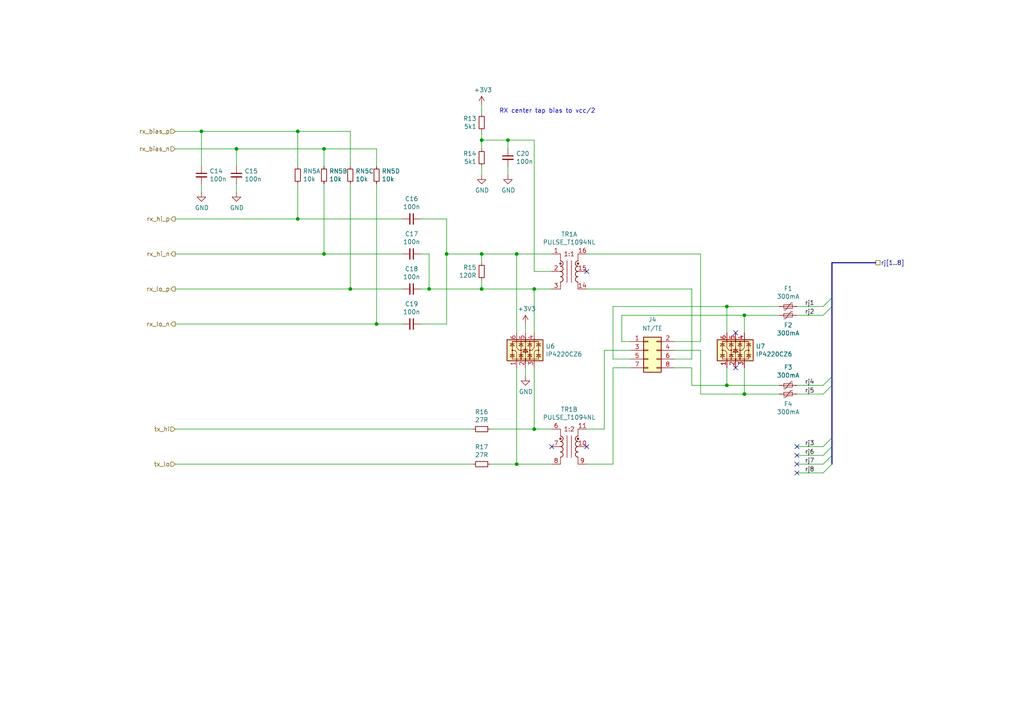
<source format=kicad_sch>
(kicad_sch (version 20211123) (generator eeschema)
  (paper "A4")
  (title_block (title "icE1usb - E1 interface") (date "2022-09-05") (rev "1.1") (comment 1 "CERN-OHL-S") (comment 2 "(C) 2020-2022 Sylvain Munaut"))
  (lib_symbols
    (symbol "Connector_Generic:Conn_02x04_Odd_Even" (pin_names (offset 1.016) hide)
      (property "Reference" "J" (at 1.27 5.08 0))
      (property "Value" "Conn_02x04_Odd_Even" (at 1.27 -7.62 0))
      (symbol "Conn_02x04_Odd_Even_1_1"
        (rectangle (start -1.27 -4.953) (end 0 -5.207) (stroke (width 0.1524)))
        (rectangle (start -1.27 -2.413) (end 0 -2.667) (stroke (width 0.1524)))
        (rectangle (start -1.27 0.127) (end 0 -0.127) (stroke (width 0.1524)))
        (rectangle (start -1.27 2.667) (end 0 2.413) (stroke (width 0.1524)))
        (rectangle (start -1.27 3.81) (end 3.81 -6.35) (stroke (width 0.254)) (fill (type background)))
        (rectangle (start 3.81 -4.953) (end 2.54 -5.207) (stroke (width 0.1524)))
        (rectangle (start 3.81 -2.413) (end 2.54 -2.667) (stroke (width 0.1524)))
        (rectangle (start 3.81 0.127) (end 2.54 -0.127) (stroke (width 0.1524)))
        (rectangle (start 3.81 2.667) (end 2.54 2.413) (stroke (width 0.1524)))
        (pin passive line (at -5.08 2.54 0) (length 3.81) (name "Pin_1") (number "1"))
        (pin passive line (at 7.62 2.54 180) (length 3.81) (name "Pin_2") (number "2"))
        (pin passive line (at -5.08 0 0) (length 3.81) (name "Pin_3") (number "3"))
        (pin passive line (at 7.62 0 180) (length 3.81) (name "Pin_4") (number "4"))
        (pin passive line (at -5.08 -2.54 0) (length 3.81) (name "Pin_5") (number "5"))
        (pin passive line (at 7.62 -2.54 180) (length 3.81) (name "Pin_6") (number "6"))
        (pin passive line (at -5.08 -5.08 0) (length 3.81) (name "Pin_7") (number "7"))
        (pin passive line (at 7.62 -5.08 180) (length 3.81) (name "Pin_8") (number "8"))
      )
    )
    (symbol "Device:C_Small" (pin_numbers hide) (pin_names (offset 0.254) hide)
      (property "Reference" "C" (at 0.254 1.778 0))
      (property "Value" "C_Small" (at 0.254 -2.032 0))
      (symbol "C_Small_0_1"
        (polyline (pts (xy -1.524 -0.508) (xy 1.524 -0.508)) (stroke (width 0.3302)))
        (polyline (pts (xy -1.524 0.508) (xy 1.524 0.508)) (stroke (width 0.3048)))
      )
      (symbol "C_Small_1_1"
        (pin passive line (at 0 2.54 270) (length 2.032) (name "~") (number "1"))
        (pin passive line (at 0 -2.54 90) (length 2.032) (name "~") (number "2"))
      )
    )
    (symbol "Device:Polyfuse_Small" (pin_numbers hide) (pin_names (offset 0))
      (property "Reference" "F" (at -1.905 0 90))
      (property "Value" "Polyfuse_Small" (at 1.905 0 90))
      (symbol "Polyfuse_Small_0_1"
        (rectangle (start -0.508 1.27) (end 0.508 -1.27))
        (polyline (pts (xy 0 2.54) (xy 0 -2.54)))
        (polyline (pts (xy -1.016 1.27) (xy -1.016 0.762) (xy 1.016 -0.762) (xy 1.016 -1.27)))
      )
      (symbol "Polyfuse_Small_1_1"
        (pin passive line (at 0 2.54 270) (length 0.635) (name "~") (number "1"))
        (pin passive line (at 0 -2.54 90) (length 0.635) (name "~") (number "2"))
      )
    )
    (symbol "Device:R_Small" (pin_numbers hide) (pin_names (offset 0.254) hide)
      (property "Reference" "R" (at 0.762 0.508 0))
      (property "Value" "R_Small" (at 0.762 -1.016 0))
      (symbol "R_Small_0_1"
        (rectangle (start -0.762 1.778) (end 0.762 -1.778) (stroke (width 0.2032)))
      )
      (symbol "R_Small_1_1"
        (pin passive line (at 0 2.54 270) (length 0.762) (name "~") (number "1"))
        (pin passive line (at 0 -2.54 90) (length 0.762) (name "~") (number "2"))
      )
    )
    (symbol "power:+3V3" (power) (pin_names (offset 0))
      (property "Value" "+3V3" (at 0 3.556 0))
      (symbol "+3V3_0_1"
        (polyline (pts (xy -0.762 1.27) (xy 0 2.54)))
        (polyline (pts (xy 0 0) (xy 0 2.54)))
        (polyline (pts (xy 0 2.54) (xy 0.762 1.27)))
      )
      (symbol "+3V3_1_1"
        (pin power_in line (at 0 0 90) (length 0) hide (name "+3V3") (number "1"))
      )
    )
    (symbol "power:GND" (power) (pin_names (offset 0))
      (property "Value" "GND" (at 0 -3.81 0))
      (symbol "GND_0_1"
        (polyline (pts (xy 0 0) (xy 0 -1.27) (xy 1.27 -1.27) (xy 0 -2.54) (xy -1.27 -1.27) (xy 0 -1.27)))
      )
      (symbol "GND_1_1"
        (pin power_in line (at 0 0 270) (length 0) hide (name "GND") (number "1"))
      )
    )
    (symbol "s47-chips:IP4220CZ6"
      (property "Reference" "U" (at -6.985 -2.54 0))
      (property "Value" "s47-chips_IP4220CZ6" (at 6.35 1.27 90))
      (symbol "IP4220CZ6_0_1"
        (rectangle (start -5.334 3.048) (end 5.08 -3.048) (stroke (width 0.254)) (fill (type background)))
        (circle (center -3.81 0) (radius 0.127))
        (circle (center -3.81 0) (radius 0.127))
        (circle (center -1.27 -2.54) (radius 0.127))
        (circle (center -1.27 -2.54) (radius 0.127))
        (circle (center -1.27 0) (radius 0.127))
        (circle (center -1.27 0) (radius 0.127))
        (circle (center -1.27 2.54) (radius 0.127))
        (circle (center -1.27 2.54) (radius 0.127))
        (circle (center 0 -2.54) (radius 0.127))
        (circle (center 0 -2.54) (radius 0.127))
        (polyline (pts (xy -4.445 -1.27) (xy -3.175 -1.27)))
        (polyline (pts (xy -4.445 -1.27) (xy -3.175 -1.27)))
        (polyline (pts (xy -4.445 1.905) (xy -3.175 1.905)))
        (polyline (pts (xy -3.81 -2.54) (xy -3.81 -0.635)))
        (polyline (pts (xy -3.81 -2.54) (xy 3.81 -2.54)))
        (polyline (pts (xy -3.81 -0.635) (xy -3.81 0.635)))
        (polyline (pts (xy -3.81 0.635) (xy -3.81 2.54)))
        (polyline (pts (xy -3.81 2.54) (xy 3.81 2.54)))
        (polyline (pts (xy -3.81 2.54) (xy 3.81 2.54)))
        (polyline (pts (xy -1.905 -1.27) (xy -0.635 -1.27)))
        (polyline (pts (xy -1.905 -1.27) (xy -0.635 -1.27)))
        (polyline (pts (xy -1.905 1.905) (xy -0.635 1.905)))
        (polyline (pts (xy -1.27 -2.54) (xy -1.27 -0.635)))
        (polyline (pts (xy -1.27 -2.54) (xy -1.27 -0.635)))
        (polyline (pts (xy -1.27 0.635) (xy -1.27 -0.635)))
        (polyline (pts (xy -1.27 0.635) (xy -1.27 2.54)))
        (polyline (pts (xy 0 -0.889) (xy 0 -3.81)))
        (polyline (pts (xy 0 -0.889) (xy 0 1.016)))
        (polyline (pts (xy 0 -0.889) (xy 0 1.016)))
        (polyline (pts (xy 0 1.016) (xy 0 3.81)))
        (polyline (pts (xy 0.635 -1.27) (xy 1.905 -1.27)))
        (polyline (pts (xy 0.635 -1.27) (xy 1.905 -1.27)))
        (polyline (pts (xy 0.635 1.905) (xy 1.905 1.905)))
        (polyline (pts (xy 1.27 -2.54) (xy 1.27 -0.635)))
        (polyline (pts (xy 1.27 -2.54) (xy 1.27 -0.635)))
        (polyline (pts (xy 1.27 0.635) (xy 1.27 -0.635)))
        (polyline (pts (xy 1.27 0.635) (xy 1.27 2.54)))
        (polyline (pts (xy 3.175 -1.27) (xy 4.445 -1.27)))
        (polyline (pts (xy 3.175 -1.27) (xy 4.445 -1.27)))
        (polyline (pts (xy 3.175 1.905) (xy 4.445 1.905)))
        (polyline (pts (xy 3.81 -2.54) (xy 3.81 -0.635)))
        (polyline (pts (xy 3.81 0.635) (xy 3.81 -0.635)))
        (polyline (pts (xy 3.81 0.635) (xy 3.81 2.54)))
        (polyline (pts (xy 0.762 0.254) (xy -0.762 0.254) (xy -0.762 0)))
        (polyline (pts (xy -4.445 -1.905) (xy -3.175 -1.905) (xy -3.81 -1.27) (xy -4.445 -1.905)))
        (polyline (pts (xy -4.445 1.27) (xy -3.175 1.27) (xy -3.81 1.905) (xy -4.445 1.27)))
        (polyline (pts (xy -2.54 -2.54) (xy -2.54 -0.635) (xy -3.048 0) (xy -3.937 0)))
        (polyline (pts (xy -2.54 2.54) (xy -2.54 0.762) (xy -1.905 0) (xy -1.27 0)))
        (polyline (pts (xy -1.905 -1.905) (xy -0.635 -1.905) (xy -1.27 -1.27) (xy -1.905 -1.905)))
        (polyline (pts (xy -1.905 1.27) (xy -0.635 1.27) (xy -1.27 1.905) (xy -1.905 1.27)))
        (polyline (pts (xy -0.762 -0.508) (xy 0.762 -0.508) (xy 0 0.254) (xy -0.762 -0.508)))
        (polyline (pts (xy -0.762 -0.508) (xy 0.762 -0.508) (xy 0 0.254) (xy -0.762 -0.508)))
        (polyline (pts (xy 0.635 -1.905) (xy 1.905 -1.905) (xy 1.27 -1.27) (xy 0.635 -1.905)))
        (polyline (pts (xy 0.635 1.27) (xy 1.905 1.27) (xy 1.27 1.905) (xy 0.635 1.27)))
        (polyline (pts (xy 2.54 -2.54) (xy 2.54 -0.508) (xy 2.921 0) (xy 3.81 0)))
        (polyline (pts (xy 2.54 2.54) (xy 2.54 0.762) (xy 1.905 0) (xy 1.143 0)))
        (polyline (pts (xy 3.175 -1.905) (xy 4.445 -1.905) (xy 3.81 -1.27) (xy 3.175 -1.905)))
        (polyline (pts (xy 3.175 1.27) (xy 4.445 1.27) (xy 3.81 1.905) (xy 3.175 1.27)))
        (circle (center 0 2.54) (radius 0.127))
        (circle (center 0 2.54) (radius 0.127))
        (circle (center 1.27 -2.54) (radius 0.127))
        (circle (center 1.27 -2.54) (radius 0.127))
        (circle (center 1.27 0) (radius 0.127))
        (circle (center 1.27 0) (radius 0.127))
        (circle (center 1.27 2.54) (radius 0.127))
        (circle (center 1.27 2.54) (radius 0.127))
        (circle (center 3.81 0) (radius 0.127))
        (circle (center 3.81 0) (radius 0.127))
      )
      (symbol "IP4220CZ6_1_1"
        (pin passive line (at -2.54 -5.08 90) (length 2.54) (name "~") (number "1"))
        (pin passive line (at 0 -5.08 90) (length 2.54) (name "~") (number "2"))
        (pin passive line (at 2.54 -5.08 90) (length 2.54) (name "~") (number "3"))
        (pin passive line (at 2.54 5.08 270) (length 2.54) (name "~") (number "4"))
        (pin passive line (at 0 5.08 270) (length 2.54) (name "~") (number "5"))
        (pin passive line (at -2.54 5.08 270) (length 2.54) (name "~") (number "6"))
      )
    )
    (symbol "s47-misc:PULSE_T1094NL" (pin_names (offset 1.016))
      (property "Reference" "TR" (at 0 7.62 0))
      (property "Value" "s47-misc_PULSE_T1094NL" (at 0 -7.62 0))
      (symbol "PULSE_T1094NL_1_0"
        (text "1:1" (at 0 5.08 0) (effects (font (size 1.27 1.27))))
      )
      (symbol "PULSE_T1094NL_1_1"
        (arc (start -2.54 -3.048) (mid -1.778 -2.286) (end -2.54 -1.524) (stroke (width 0.2032)))
        (arc (start -2.54 -1.524) (mid -1.778 -0.762) (end -2.54 0) (stroke (width 0.2032)))
        (arc (start -2.54 0) (mid -1.778 0.762) (end -2.54 1.524) (stroke (width 0.2032)))
        (arc (start -2.54 1.524) (mid -1.778 2.286) (end -2.54 3.048) (stroke (width 0.2032)))
        (circle (center -2.54 2.286) (radius 0.254) (fill (type outline)))
        (polyline (pts (xy -2.54 -3.048) (xy -2.54 -5.08)))
        (polyline (pts (xy -2.54 5.08) (xy -2.54 3.048)))
        (polyline (pts (xy -0.635 3.175) (xy -0.635 -3.175)))
        (polyline (pts (xy 0.635 3.175) (xy 0.635 -3.175)))
        (polyline (pts (xy 2.54 -3.048) (xy 2.54 -5.08)))
        (polyline (pts (xy 2.54 5.08) (xy 2.54 3.048)))
        (arc (start 2.54 -1.524) (mid 1.778 -2.286) (end 2.54 -3.048) (stroke (width 0.2032)))
        (arc (start 2.54 0) (mid 1.778 -0.762) (end 2.54 -1.524) (stroke (width 0.2032)))
        (arc (start 2.54 1.524) (mid 1.778 0.762) (end 2.54 0) (stroke (width 0.2032)))
        (circle (center 2.54 2.286) (radius 0.254) (fill (type outline)))
        (arc (start 2.54 3.048) (mid 1.778 2.286) (end 2.54 1.524) (stroke (width 0.2032)))
        (pin passive line (at -5.08 5.08 0) (length 2.54) (name "~") (number "1"))
        (pin passive line (at 5.08 -5.08 180) (length 2.54) (name "~") (number "14"))
        (pin passive line (at 5.08 0 180) (length 2.54) (name "~") (number "15"))
        (pin passive line (at 5.08 5.08 180) (length 2.54) (name "~") (number "16"))
        (pin passive line (at -5.08 0 0) (length 2.54) (name "~") (number "2"))
        (pin passive line (at -5.08 -5.08 0) (length 2.54) (name "~") (number "3"))
      )
      (symbol "PULSE_T1094NL_2_1"
        (arc (start -2.54 -3.048) (mid -1.778 -2.286) (end -2.54 -1.524) (stroke (width 0.2032)))
        (arc (start -2.54 -1.524) (mid -1.778 -0.762) (end -2.54 0) (stroke (width 0.2032)))
        (arc (start -2.54 0) (mid -1.778 0.762) (end -2.54 1.524) (stroke (width 0.2032)))
        (arc (start -2.54 1.524) (mid -1.778 2.286) (end -2.54 3.048) (stroke (width 0.2032)))
        (circle (center -2.54 2.286) (radius 0.254) (fill (type outline)))
        (polyline (pts (xy -2.54 -3.048) (xy -2.54 -5.08)))
        (polyline (pts (xy -2.54 5.08) (xy -2.54 3.048)))
        (polyline (pts (xy -0.635 3.175) (xy -0.635 -3.175)))
        (polyline (pts (xy 0.635 3.175) (xy 0.635 -3.175)))
        (polyline (pts (xy 2.54 -3.048) (xy 2.54 -5.08)))
        (polyline (pts (xy 2.54 5.08) (xy 2.54 3.048)))
        (arc (start 2.54 -1.524) (mid 1.778 -2.286) (end 2.54 -3.048) (stroke (width 0.2032)))
        (arc (start 2.54 0) (mid 1.778 -0.762) (end 2.54 -1.524) (stroke (width 0.2032)))
        (arc (start 2.54 1.524) (mid 1.778 0.762) (end 2.54 0) (stroke (width 0.2032)))
        (circle (center 2.54 2.286) (radius 0.254) (fill (type outline)))
        (arc (start 2.54 3.048) (mid 1.778 2.286) (end 2.54 1.524) (stroke (width 0.2032)))
        (text "1:2" (at 0 5.08 0) (effects (font (size 1.27 1.27))))
        (pin passive line (at 5.08 0 180) (length 2.54) (name "~") (number "10"))
        (pin passive line (at 5.08 5.08 180) (length 2.54) (name "~") (number "11"))
        (pin passive line (at -5.08 5.08 0) (length 2.54) (name "~") (number "6"))
        (pin passive line (at -5.08 0 0) (length 2.54) (name "~") (number "7"))
        (pin passive line (at -5.08 -5.08 0) (length 2.54) (name "~") (number "8"))
        (pin passive line (at 5.08 -5.08 180) (length 2.54) (name "~") (number "9"))
      )
    )
    (symbol "s47-passive:R_Pack04_Split" (pin_numbers hide) (pin_names (offset 0.254) hide)
      (property "Reference" "RN" (at 0.762 0.508 0))
      (property "Value" "s47-passive_R_Pack04_Split" (at 0.762 -1.016 0))
      (symbol "R_Pack04_Split_0_1"
        (rectangle (start -0.762 1.778) (end 0.762 -1.778) (stroke (width 0.2032)))
      )
      (symbol "R_Pack04_Split_1_1"
        (pin passive line (at 0 2.54 270) (length 0.762) (name "~") (number "1"))
        (pin passive line (at 0 -2.54 90) (length 0.762) (name "~") (number "8"))
      )
      (symbol "R_Pack04_Split_2_1"
        (pin passive line (at 0 2.54 270) (length 0.762) (name "~") (number "2"))
        (pin passive line (at 0 -2.54 90) (length 0.762) (name "~") (number "7"))
      )
      (symbol "R_Pack04_Split_3_1"
        (pin passive line (at 0 2.54 270) (length 0.762) (name "~") (number "3"))
        (pin passive line (at 0 -2.54 90) (length 0.762) (name "~") (number "6"))
      )
      (symbol "R_Pack04_Split_4_1"
        (pin passive line (at 0 2.54 270) (length 0.762) (name "~") (number "4"))
        (pin passive line (at 0 -2.54 90) (length 0.762) (name "~") (number "5"))
      )
    )
  )
  (junction (at 68.58 43.18))
  (junction (at 139.7 73.66))
  (junction (at 124.46 83.82))
  (junction (at 93.98 73.66))
  (junction (at 154.94 83.82))
  (junction (at 149.86 73.66))
  (junction (at 101.6 83.82))
  (junction (at 147.32 40.64))
  (junction (at 215.9 91.44))
  (junction (at 154.94 124.46))
  (junction (at 129.54 73.66))
  (junction (at 210.82 111.76))
  (junction (at 86.36 38.1))
  (junction (at 139.7 40.64))
  (junction (at 210.82 88.9))
  (junction (at 58.42 38.1))
  (junction (at 139.7 83.82))
  (junction (at 215.9 114.3))
  (junction (at 149.86 134.62))
  (junction (at 86.36 63.5))
  (junction (at 93.98 43.18))
  (junction (at 109.22 93.98))
  (no_connect (at 213.36 96.52))
  (no_connect (at 231.14 134.62))
  (no_connect (at 170.18 129.54))
  (no_connect (at 231.14 132.08))
  (no_connect (at 160.02 129.54))
  (no_connect (at 213.36 106.68))
  (no_connect (at 231.14 129.54))
  (no_connect (at 170.18 78.74))
  (no_connect (at 231.14 137.16))
  (bus_entry (at 238.76 111.76) (size 2.54 -2.54))
  (bus_entry (at 238.76 134.62) (size 2.54 -2.54))
  (bus_entry (at 238.76 137.16) (size 2.54 -2.54))
  (bus_entry (at 238.76 91.44) (size 2.54 -2.54))
  (bus_entry (at 238.76 129.54) (size 2.54 -2.54))
  (bus_entry (at 238.76 132.08) (size 2.54 -2.54))
  (bus_entry (at 238.76 114.3) (size 2.54 -2.54))
  (bus_entry (at 238.76 88.9) (size 2.54 -2.54))
  (wire (pts (xy 50.8 63.5) (xy 86.36 63.5)))
  (wire (pts (xy 175.26 124.46) (xy 175.26 101.6)))
  (wire (pts (xy 210.82 88.9) (xy 177.8 88.9)))
  (wire (pts (xy 137.16 134.62) (xy 50.8 134.62)))
  (wire (pts (xy 129.54 73.66) (xy 129.54 93.98)))
  (wire (pts (xy 210.82 96.52) (xy 210.82 88.9)))
  (wire (pts (xy 154.94 106.68) (xy 154.94 124.46)))
  (wire (pts (xy 175.26 101.6) (xy 182.88 101.6)))
  (wire (pts (xy 231.14 91.44) (xy 238.76 91.44)))
  (wire (pts (xy 180.34 91.44) (xy 180.34 99.06)))
  (wire (pts (xy 203.2 101.6) (xy 195.58 101.6)))
  (bus (pts (xy 241.3 111.76) (xy 241.3 127)))
  (wire (pts (xy 139.7 30.48) (xy 139.7 33.02)))
  (wire (pts (xy 231.14 137.16) (xy 238.76 137.16)))
  (wire (pts (xy 139.7 48.26) (xy 139.7 50.8)))
  (wire (pts (xy 86.36 38.1) (xy 58.42 38.1)))
  (bus (pts (xy 241.3 86.36) (xy 241.3 88.9)))
  (wire (pts (xy 215.9 114.3) (xy 226.06 114.3)))
  (wire (pts (xy 149.86 106.68) (xy 149.86 134.62)))
  (wire (pts (xy 50.8 93.98) (xy 109.22 93.98)))
  (wire (pts (xy 129.54 73.66) (xy 139.7 73.66)))
  (wire (pts (xy 154.94 83.82) (xy 139.7 83.82)))
  (wire (pts (xy 149.86 73.66) (xy 139.7 73.66)))
  (wire (pts (xy 68.58 43.18) (xy 50.8 43.18)))
  (wire (pts (xy 215.9 106.68) (xy 215.9 114.3)))
  (wire (pts (xy 139.7 38.1) (xy 139.7 40.64)))
  (wire (pts (xy 238.76 114.3) (xy 231.14 114.3)))
  (wire (pts (xy 58.42 53.34) (xy 58.42 55.88)))
  (wire (pts (xy 124.46 73.66) (xy 124.46 83.82)))
  (wire (pts (xy 93.98 43.18) (xy 68.58 43.18)))
  (bus (pts (xy 241.3 129.54) (xy 241.3 132.08)))
  (wire (pts (xy 139.7 40.64) (xy 139.7 43.18)))
  (wire (pts (xy 160.02 73.66) (xy 149.86 73.66)))
  (wire (pts (xy 50.8 83.82) (xy 101.6 83.82)))
  (wire (pts (xy 129.54 63.5) (xy 129.54 73.66)))
  (bus (pts (xy 241.3 109.22) (xy 241.3 111.76)))
  (wire (pts (xy 101.6 53.34) (xy 101.6 83.82)))
  (bus (pts (xy 241.3 132.08) (xy 241.3 134.62)))
  (wire (pts (xy 58.42 38.1) (xy 50.8 38.1)))
  (wire (pts (xy 177.8 104.14) (xy 182.88 104.14)))
  (wire (pts (xy 109.22 53.34) (xy 109.22 93.98)))
  (wire (pts (xy 121.92 83.82) (xy 124.46 83.82)))
  (wire (pts (xy 200.66 104.14) (xy 200.66 83.82)))
  (wire (pts (xy 203.2 114.3) (xy 215.9 114.3)))
  (wire (pts (xy 215.9 96.52) (xy 215.9 91.44)))
  (wire (pts (xy 200.66 106.68) (xy 195.58 106.68)))
  (wire (pts (xy 226.06 111.76) (xy 210.82 111.76)))
  (wire (pts (xy 137.16 124.46) (xy 50.8 124.46)))
  (wire (pts (xy 152.4 106.68) (xy 152.4 109.22)))
  (wire (pts (xy 160.02 134.62) (xy 149.86 134.62)))
  (wire (pts (xy 154.94 96.52) (xy 154.94 83.82)))
  (wire (pts (xy 86.36 53.34) (xy 86.36 63.5)))
  (wire (pts (xy 154.94 78.74) (xy 154.94 40.64)))
  (wire (pts (xy 93.98 73.66) (xy 116.84 73.66)))
  (wire (pts (xy 231.14 129.54) (xy 238.76 129.54)))
  (wire (pts (xy 154.94 124.46) (xy 142.24 124.46)))
  (wire (pts (xy 139.7 76.2) (xy 139.7 73.66)))
  (wire (pts (xy 58.42 38.1) (xy 58.42 48.26)))
  (wire (pts (xy 149.86 96.52) (xy 149.86 73.66)))
  (wire (pts (xy 195.58 104.14) (xy 200.66 104.14)))
  (bus (pts (xy 254 76.2) (xy 241.3 76.2)))
  (wire (pts (xy 231.14 134.62) (xy 238.76 134.62)))
  (wire (pts (xy 129.54 93.98) (xy 121.92 93.98)))
  (wire (pts (xy 93.98 53.34) (xy 93.98 73.66)))
  (wire (pts (xy 170.18 134.62) (xy 177.8 134.62)))
  (wire (pts (xy 147.32 40.64) (xy 147.32 43.18)))
  (wire (pts (xy 203.2 99.06) (xy 195.58 99.06)))
  (wire (pts (xy 139.7 40.64) (xy 147.32 40.64)))
  (wire (pts (xy 238.76 111.76) (xy 231.14 111.76)))
  (wire (pts (xy 86.36 38.1) (xy 101.6 38.1)))
  (wire (pts (xy 124.46 83.82) (xy 139.7 83.82)))
  (wire (pts (xy 177.8 88.9) (xy 177.8 104.14)))
  (wire (pts (xy 121.92 73.66) (xy 124.46 73.66)))
  (wire (pts (xy 149.86 134.62) (xy 142.24 134.62)))
  (wire (pts (xy 86.36 63.5) (xy 116.84 63.5)))
  (wire (pts (xy 109.22 43.18) (xy 109.22 48.26)))
  (wire (pts (xy 160.02 124.46) (xy 154.94 124.46)))
  (wire (pts (xy 154.94 40.64) (xy 147.32 40.64)))
  (wire (pts (xy 215.9 91.44) (xy 180.34 91.44)))
  (wire (pts (xy 200.66 111.76) (xy 200.66 106.68)))
  (wire (pts (xy 177.8 134.62) (xy 177.8 106.68)))
  (wire (pts (xy 101.6 83.82) (xy 116.84 83.82)))
  (wire (pts (xy 160.02 83.82) (xy 154.94 83.82)))
  (wire (pts (xy 109.22 93.98) (xy 116.84 93.98)))
  (wire (pts (xy 68.58 43.18) (xy 68.58 48.26)))
  (wire (pts (xy 147.32 48.26) (xy 147.32 50.8)))
  (wire (pts (xy 226.06 91.44) (xy 215.9 91.44)))
  (wire (pts (xy 203.2 99.06) (xy 203.2 73.66)))
  (wire (pts (xy 139.7 81.28) (xy 139.7 83.82)))
  (wire (pts (xy 210.82 111.76) (xy 200.66 111.76)))
  (wire (pts (xy 93.98 48.26) (xy 93.98 43.18)))
  (wire (pts (xy 154.94 78.74) (xy 160.02 78.74)))
  (wire (pts (xy 170.18 124.46) (xy 175.26 124.46)))
  (bus (pts (xy 241.3 127) (xy 241.3 129.54)))
  (wire (pts (xy 121.92 63.5) (xy 129.54 63.5)))
  (wire (pts (xy 210.82 106.68) (xy 210.82 111.76)))
  (bus (pts (xy 241.3 76.2) (xy 241.3 86.36)))
  (wire (pts (xy 152.4 93.98) (xy 152.4 96.52)))
  (wire (pts (xy 93.98 43.18) (xy 109.22 43.18)))
  (wire (pts (xy 86.36 48.26) (xy 86.36 38.1)))
  (wire (pts (xy 203.2 101.6) (xy 203.2 114.3)))
  (wire (pts (xy 180.34 99.06) (xy 182.88 99.06)))
  (wire (pts (xy 231.14 88.9) (xy 238.76 88.9)))
  (wire (pts (xy 50.8 73.66) (xy 93.98 73.66)))
  (wire (pts (xy 68.58 53.34) (xy 68.58 55.88)))
  (wire (pts (xy 177.8 106.68) (xy 182.88 106.68)))
  (wire (pts (xy 101.6 38.1) (xy 101.6 48.26)))
  (wire (pts (xy 170.18 83.82) (xy 200.66 83.82)))
  (wire (pts (xy 231.14 132.08) (xy 238.76 132.08)))
  (wire (pts (xy 226.06 88.9) (xy 210.82 88.9)))
  (wire (pts (xy 170.18 73.66) (xy 203.2 73.66)))
  (bus (pts (xy 241.3 88.9) (xy 241.3 109.22)))
  (text "RX center tap bias to vcc/2\n" (at 172.72 33.02 180) (effects (font (size 1.27 1.27)) (justify right bottom)))
  (label "rj5" (at 236.22 114.3 180))
  (label "rj6" (at 236.22 132.08 180))
  (label "rj2" (at 236.22 91.44 180))
  (label "rj7" (at 236.22 134.62 180))
  (label "rj3" (at 236.22 129.54 180))
  (label "rj1" (at 236.22 88.9 180))
  (label "rj8" (at 236.22 137.16 180))
  (label "rj4" (at 236.22 111.76 180))
  (hierarchical_label "rx_bias_n" (shape input) (at 50.8 43.18 180))
  (hierarchical_label "tx_hi" (shape input) (at 50.8 124.46 180))
  (hierarchical_label "rx_hi_n" (shape output) (at 50.8 73.66 180))
  (hierarchical_label "rx_hi_p" (shape output) (at 50.8 63.5 180))
  (hierarchical_label "rj[1..8]" (shape passive) (at 254 76.2 0))
  (hierarchical_label "rx_lo_n" (shape output) (at 50.8 93.98 180))
  (hierarchical_label "tx_lo" (shape input) (at 50.8 134.62 180))
  (hierarchical_label "rx_lo_p" (shape output) (at 50.8 83.82 180))
  (hierarchical_label "rx_bias_p" (shape input) (at 50.8 38.1 180))
  (symbol (lib_id "s47-misc:PULSE_T1094NL") (at 165.1 78.74 0) (unit 1)
    (property "Reference" "TR1" (at 165.1 67.945 0))
    (property "Value" "PULSE_T1094NL" (at 165.1 70.2564 0))
    (property "Footprint" "s47-misc:PULSE_BH" (effects hide))
    (property "Datasheet" "https://productfinder.pulseeng.com/doc_type/WEB301/doc_num/T608/doc_part/T608.pdf" (effects hide))
  )
  (symbol (lib_id "s47-misc:PULSE_T1094NL") (at 165.1 129.54 0) (unit 2)
    (property "Reference" "TR1" (at 165.1 118.745 0))
    (property "Value" "PULSE_T1094NL" (at 165.1 121.0564 0))
    (property "Footprint" "s47-misc:PULSE_BH" (effects hide))
    (property "Datasheet" "https://productfinder.pulseeng.com/doc_type/WEB301/doc_num/T608/doc_part/T608.pdf" (effects hide))
  )
  (symbol (lib_id "Connector_Generic:Conn_02x04_Odd_Even") (at 187.96 101.6 0) (unit 1)
    (property "Reference" "J4" (at 189.23 92.71 0))
    (property "Value" "NT/TE" (at 189.23 95.25 0))
    (property "Footprint" "Connector_PinHeader_2.54mm:PinHeader_2x04_P2.54mm_Vertical" (effects hide))
  )
  (symbol (lib_id "s47-chips:IP4220CZ6") (at 213.36 101.6 0) (unit 1)
    (property "Reference" "U7" (at 219.202 100.4316 0) (effects (justify left)))
    (property "Value" "IP4220CZ6" (at 219.202 102.743 0) (effects (justify left)))
    (property "Footprint" "Package_SO:TSOP-6_1.65x3.05mm_P0.95mm" (effects hide))
    (property "Datasheet" "https://assets.nexperia.com/documents/data-sheet/IP4220CZ6.pdf" (effects hide))
  )
  (symbol (lib_id "s47-chips:IP4220CZ6") (at 152.4 101.6 0) (unit 1)
    (property "Reference" "U6" (at 158.242 100.4316 0) (effects (justify left)))
    (property "Value" "IP4220CZ6" (at 158.242 102.743 0) (effects (justify left)))
    (property "Footprint" "Package_SO:TSOP-6_1.65x3.05mm_P0.95mm" (effects hide))
    (property "Datasheet" "https://assets.nexperia.com/documents/data-sheet/IP4220CZ6.pdf" (effects hide))
  )
  (symbol (lib_id "Device:Polyfuse_Small") (at 228.6 88.9 270) (unit 1)
    (property "Reference" "F1" (at 228.6 83.693 90))
    (property "Value" "300mA" (at 228.6 86.0044 90))
    (property "Footprint" "Fuse:Fuse_0603_1608Metric" (effects hide))
    (property "MPN" "Littlefuse 0603L010" (effects hide))
  )
  (symbol (lib_id "Device:Polyfuse_Small") (at 228.6 91.44 270) (unit 1)
    (property "Reference" "F2" (at 228.6 94.3102 90))
    (property "Value" "300mA" (at 228.6 96.6216 90))
    (property "Footprint" "Fuse:Fuse_0603_1608Metric" (effects hide))
    (property "MPN" "Littlefuse 0603L010" (effects hide))
  )
  (symbol (lib_id "Device:Polyfuse_Small") (at 228.6 111.76 270) (unit 1)
    (property "Reference" "F3" (at 228.6 106.553 90))
    (property "Value" "300mA" (at 228.6 108.8644 90))
    (property "Footprint" "Fuse:Fuse_0603_1608Metric" (effects hide))
    (property "MPN" "Littlefuse 0603L010" (effects hide))
  )
  (symbol (lib_id "Device:Polyfuse_Small") (at 228.6 114.3 270) (unit 1)
    (property "Reference" "F4" (at 228.6 117.1702 90))
    (property "Value" "300mA" (at 228.6 119.4816 90))
    (property "Footprint" "Fuse:Fuse_0603_1608Metric" (effects hide))
    (property "MPN" "Littlefuse 0603L010" (effects hide))
  )
  (symbol (lib_id "Device:R_Small") (at 139.7 134.62 270) (unit 1)
    (property "Reference" "R17" (at 139.7 129.6416 90))
    (property "Value" "27R" (at 139.7 131.953 90))
    (property "Footprint" "Resistor_SMD:R_0603_1608Metric" (effects hide))
  )
  (symbol (lib_id "Device:R_Small") (at 139.7 124.46 270) (unit 1)
    (property "Reference" "R16" (at 139.7 119.4816 90))
    (property "Value" "27R" (at 139.7 121.793 90))
    (property "Footprint" "Resistor_SMD:R_0603_1608Metric" (effects hide))
  )
  (symbol (lib_id "power:GND") (at 152.4 109.22 0) (unit 1)
    (property "Reference" "#PWR043" (effects hide))
    (property "Value" "GND" (at 152.527 113.6142 0))
  )
  (symbol (lib_id "power:+3V3") (at 152.4 93.98 0) (unit 1)
    (property "Reference" "#PWR042" (effects hide))
    (property "Value" "+3V3" (at 152.781 89.5858 0))
  )
  (symbol (lib_id "Device:R_Small") (at 139.7 78.74 180) (unit 1)
    (property "Reference" "R15" (at 138.2268 77.5716 0) (effects (justify left)))
    (property "Value" "120R" (at 138.2268 79.883 0) (effects (justify left)))
    (property "Footprint" "Resistor_SMD:R_0603_1608Metric" (effects hide))
  )
  (symbol (lib_id "s47-passive:R_Pack04_Split") (at 86.36 50.8 0) (unit 1)
    (property "Reference" "RN5" (at 87.8586 49.6316 0) (effects (justify left)))
    (property "Value" "10k" (at 87.8586 51.943 0) (effects (justify left)))
    (property "Footprint" "Resistor_SMD:R_Array_Convex_4x0603" (effects hide))
  )
  (symbol (lib_id "s47-passive:R_Pack04_Split") (at 93.98 50.8 0) (unit 2)
    (property "Reference" "RN5" (at 95.4786 49.6316 0) (effects (justify left)))
    (property "Value" "10k" (at 95.4786 51.943 0) (effects (justify left)))
    (property "Footprint" "Resistor_SMD:R_Array_Convex_4x0603" (effects hide))
  )
  (symbol (lib_id "Device:C_Small") (at 119.38 63.5 270) (unit 1)
    (property "Reference" "C16" (at 119.38 57.6834 90))
    (property "Value" "100n" (at 119.38 59.9948 90))
    (property "Footprint" "Capacitor_SMD:C_0603_1608Metric" (effects hide))
  )
  (symbol (lib_id "s47-passive:R_Pack04_Split") (at 101.6 50.8 0) (unit 3)
    (property "Reference" "RN5" (at 103.0986 49.6316 0) (effects (justify left)))
    (property "Value" "10k" (at 103.0986 51.943 0) (effects (justify left)))
    (property "Footprint" "Resistor_SMD:R_Array_Convex_4x0603" (effects hide))
  )
  (symbol (lib_id "Device:C_Small") (at 119.38 93.98 270) (unit 1)
    (property "Reference" "C19" (at 119.38 88.1634 90))
    (property "Value" "100n" (at 119.38 90.4748 90))
    (property "Footprint" "Capacitor_SMD:C_0603_1608Metric" (effects hide))
  )
  (symbol (lib_id "s47-passive:R_Pack04_Split") (at 109.22 50.8 0) (unit 4)
    (property "Reference" "RN5" (at 110.7186 49.6316 0) (effects (justify left)))
    (property "Value" "10k" (at 110.7186 51.943 0) (effects (justify left)))
    (property "Footprint" "Resistor_SMD:R_Array_Convex_4x0603" (effects hide))
  )
  (symbol (lib_id "Device:C_Small") (at 119.38 83.82 270) (unit 1)
    (property "Reference" "C18" (at 119.38 78.0034 90))
    (property "Value" "100n" (at 119.38 80.3148 90))
    (property "Footprint" "Capacitor_SMD:C_0603_1608Metric" (effects hide))
  )
  (symbol (lib_id "Device:C_Small") (at 119.38 73.66 270) (unit 1)
    (property "Reference" "C17" (at 119.38 67.8434 90))
    (property "Value" "100n" (at 119.38 70.1548 90))
    (property "Footprint" "Capacitor_SMD:C_0603_1608Metric" (effects hide))
  )
  (symbol (lib_id "Device:C_Small") (at 58.42 50.8 0) (unit 1)
    (property "Reference" "C14" (at 60.7568 49.6316 0) (effects (justify left)))
    (property "Value" "100n" (at 60.7568 51.943 0) (effects (justify left)))
    (property "Footprint" "Capacitor_SMD:C_0603_1608Metric" (effects hide))
  )
  (symbol (lib_id "Device:C_Small") (at 68.58 50.8 0) (unit 1)
    (property "Reference" "C15" (at 70.9168 49.6316 0) (effects (justify left)))
    (property "Value" "100n" (at 70.9168 51.943 0) (effects (justify left)))
    (property "Footprint" "Capacitor_SMD:C_0603_1608Metric" (effects hide))
  )
  (symbol (lib_id "power:GND") (at 58.42 55.88 0) (unit 1)
    (property "Reference" "#PWR037" (effects hide))
    (property "Value" "GND" (at 58.547 60.2742 0))
  )
  (symbol (lib_id "power:GND") (at 68.58 55.88 0) (unit 1)
    (property "Reference" "#PWR038" (effects hide))
    (property "Value" "GND" (at 68.707 60.2742 0))
  )
  (symbol (lib_id "power:+3V3") (at 139.7 30.48 0) (unit 1)
    (property "Reference" "#PWR039" (effects hide))
    (property "Value" "+3V3" (at 140.081 26.0858 0))
  )
  (symbol (lib_id "power:GND") (at 139.7 50.8 0) (unit 1)
    (property "Reference" "#PWR040" (effects hide))
    (property "Value" "GND" (at 139.827 55.1942 0))
  )
  (symbol (lib_id "Device:R_Small") (at 139.7 35.56 180) (unit 1)
    (property "Reference" "R13" (at 138.2268 34.3916 0) (effects (justify left)))
    (property "Value" "5k1" (at 138.2268 36.703 0) (effects (justify left)))
    (property "Footprint" "Resistor_SMD:R_0603_1608Metric" (effects hide))
  )
  (symbol (lib_id "Device:R_Small") (at 139.7 45.72 180) (unit 1)
    (property "Reference" "R14" (at 138.2268 44.5516 0) (effects (justify left)))
    (property "Value" "5k1" (at 138.2268 46.863 0) (effects (justify left)))
    (property "Footprint" "Resistor_SMD:R_0603_1608Metric" (effects hide))
  )
  (symbol (lib_id "power:GND") (at 147.32 50.8 0) (unit 1)
    (property "Reference" "#PWR041" (effects hide))
    (property "Value" "GND" (at 147.447 55.1942 0))
  )
  (symbol (lib_id "Device:C_Small") (at 147.32 45.72 0) (unit 1)
    (property "Reference" "C20" (at 149.6568 44.5516 0) (effects (justify left)))
    (property "Value" "100n" (at 149.6568 46.863 0) (effects (justify left)))
    (property "Footprint" "Capacitor_SMD:C_0603_1608Metric" (effects hide))
  )
)
</source>
